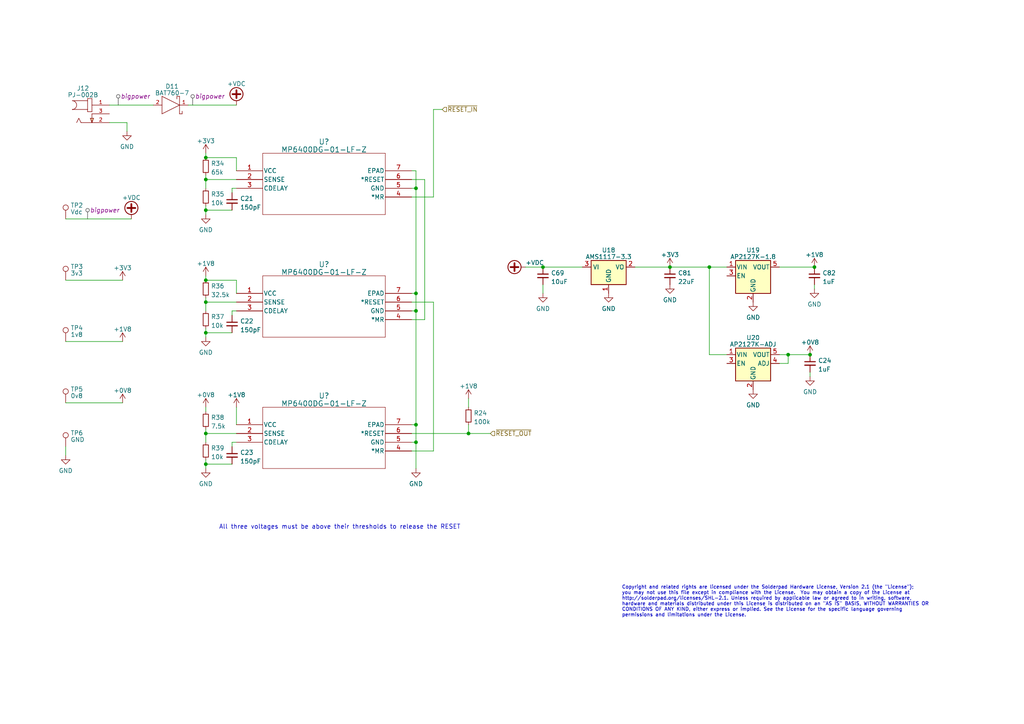
<source format=kicad_sch>
(kicad_sch (version 20230121) (generator eeschema)
  (paper "A4")
  (lib_symbols
    (symbol "Connector:TestPoint" (pin_numbers hide) (pin_names (offset 0.762) hide)
      (property "Reference" "TP" (at 0 6.858 0))
      (property "Value" "TestPoint" (at 0 5.08 0))
      (symbol "TestPoint_0_1"
        (circle (center 0 3.302) (radius 0.762))
      )
      (symbol "TestPoint_1_1"
        (pin passive line (at 0 0 90) (length 2.54) (name "1") (number "1"))
      )
    )
    (symbol "Device:C_Small" (pin_numbers hide) (pin_names (offset 0.254) hide)
      (property "Reference" "C" (at 0.254 1.778 0))
      (property "Value" "C_Small" (at 0.254 -2.032 0))
      (symbol "C_Small_0_1"
        (polyline (pts (xy -1.524 -0.508) (xy 1.524 -0.508)) (stroke (width 0.3302)))
        (polyline (pts (xy -1.524 0.508) (xy 1.524 0.508)) (stroke (width 0.3048)))
      )
      (symbol "C_Small_1_1"
        (pin passive line (at 0 2.54 270) (length 2.032) (name "~") (number "1"))
        (pin passive line (at 0 -2.54 90) (length 2.032) (name "~") (number "2"))
      )
    )
    (symbol "Device:R_Small" (pin_numbers hide) (pin_names (offset 0.254) hide)
      (property "Reference" "R" (at 0.762 0.508 0))
      (property "Value" "R_Small" (at 0.762 -1.016 0))
      (symbol "R_Small_0_1"
        (rectangle (start -0.762 1.778) (end 0.762 -1.778) (stroke (width 0.2032)))
      )
      (symbol "R_Small_1_1"
        (pin passive line (at 0 2.54 270) (length 0.762) (name "~") (number "1"))
        (pin passive line (at 0 -2.54 90) (length 0.762) (name "~") (number "2"))
      )
    )
    (symbol "MP6400:MP6400DG-01-LF-Z" (pin_names (offset 0.254))
      (property "Reference" "U" (at 25.4 10.16 0))
      (property "Value" "MP6400DG-01-LF-Z" (at 25.4 7.62 0))
      (symbol "MP6400DG-01-LF-Z_0_1"
        (polyline (pts (xy 7.62 -12.7) (xy 43.18 -12.7)) (stroke (width 0.127)))
        (polyline (pts (xy 7.62 5.08) (xy 7.62 -12.7)) (stroke (width 0.127)))
        (polyline (pts (xy 43.18 -12.7) (xy 43.18 5.08)) (stroke (width 0.127)))
        (polyline (pts (xy 43.18 5.08) (xy 7.62 5.08)) (stroke (width 0.127)))
        (pin power_in line (at 0 0 0) (length 7.62) (name "VCC") (number "1"))
        (pin unspecified line (at 0 -2.54 0) (length 7.62) (name "SENSE") (number "2"))
        (pin unspecified line (at 0 -5.08 0) (length 7.62) (name "CDELAY") (number "3"))
        (pin unspecified line (at 50.8 -7.62 180) (length 7.62) (name "*MR") (number "4"))
        (pin power_in line (at 50.8 -5.08 180) (length 7.62) (name "GND") (number "5"))
        (pin unspecified line (at 50.8 -2.54 180) (length 7.62) (name "*RESET") (number "6"))
        (pin power_in line (at 50.8 0 180) (length 7.62) (name "EPAD") (number "7"))
      )
    )
    (symbol "Regulator_Linear:AMS1117-3.3"
      (property "Reference" "U" (at -3.81 3.175 0))
      (property "Value" "AMS1117-3.3" (at 0 3.175 0))
      (symbol "AMS1117-3.3_0_1"
        (rectangle (start -5.08 -5.08) (end 5.08 1.905) (stroke (width 0.254)) (fill (type background)))
      )
      (symbol "AMS1117-3.3_1_1"
        (pin power_in line (at 0 -7.62 90) (length 2.54) (name "GND") (number "1"))
        (pin power_out line (at 7.62 0 180) (length 2.54) (name "VO") (number "2"))
        (pin power_in line (at -7.62 0 0) (length 2.54) (name "VI") (number "3"))
      )
    )
    (symbol "Regulator_Linear:AP2127K-1.8" (pin_names (offset 0.254))
      (property "Reference" "U" (at -5.08 5.715 0))
      (property "Value" "AP2127K-1.8" (at 0 5.715 0))
      (symbol "AP2127K-1.8_0_1"
        (rectangle (start -5.08 4.445) (end 5.08 -5.08) (stroke (width 0.254)) (fill (type background)))
      )
      (symbol "AP2127K-1.8_1_1"
        (pin power_in line (at -7.62 2.54 0) (length 2.54) (name "VIN") (number "1"))
        (pin power_in line (at 0 -7.62 90) (length 2.54) (name "GND") (number "2"))
        (pin input line (at -7.62 0 0) (length 2.54) (name "EN") (number "3"))
        (pin no_connect line (at 5.08 0 180) (length 2.54) hide (name "NC") (number "4"))
        (pin power_out line (at 7.62 2.54 180) (length 2.54) (name "VOUT") (number "5"))
      )
    )
    (symbol "Regulator_Linear:AP2127K-ADJ" (pin_names (offset 0.254))
      (property "Reference" "U" (at -5.08 5.715 0))
      (property "Value" "AP2127K-ADJ" (at 0 5.715 0))
      (symbol "AP2127K-ADJ_0_1"
        (rectangle (start -5.08 4.445) (end 5.08 -5.08) (stroke (width 0.254)) (fill (type background)))
      )
      (symbol "AP2127K-ADJ_1_1"
        (pin power_in line (at -7.62 2.54 0) (length 2.54) (name "VIN") (number "1"))
        (pin power_in line (at 0 -7.62 90) (length 2.54) (name "GND") (number "2"))
        (pin input line (at -7.62 0 0) (length 2.54) (name "EN") (number "3"))
        (pin input line (at 7.62 0 180) (length 2.54) (name "ADJ") (number "4"))
        (pin power_out line (at 7.62 2.54 180) (length 2.54) (name "VOUT") (number "5"))
      )
    )
    (symbol "barrel:PJ-002B" (pin_names (offset 1.016) hide)
      (property "Reference" "J" (at -7.6454 5.08 0))
      (property "Value" "PJ-002B" (at -7.62 -5.08 0))
      (symbol "PJ-002B_0_0"
        (arc (start -5.715 1.27) (mid -4.4505 2.54) (end -5.715 3.81) (stroke (width 0.1524)))
        (polyline (pts (xy -5.715 3.81) (xy -1.27 3.81)) (stroke (width 0.1524)))
        (polyline (pts (xy -3.81 -1.27) (xy -4.445 -2.54)) (stroke (width 0.1524)))
        (polyline (pts (xy -3.175 -2.54) (xy -3.81 -1.27)) (stroke (width 0.1524)))
        (polyline (pts (xy -1.27 0.635) (xy 0 0.635)) (stroke (width 0.1524)))
        (polyline (pts (xy -1.27 1.27) (xy -5.715 1.27)) (stroke (width 0.1524)))
        (polyline (pts (xy -1.27 1.27) (xy -1.27 0.635)) (stroke (width 0.1524)))
        (polyline (pts (xy -1.27 3.81) (xy -1.27 1.27)) (stroke (width 0.1524)))
        (polyline (pts (xy -1.27 4.445) (xy -1.27 3.81)) (stroke (width 0.1524)))
        (polyline (pts (xy 0 -2.54) (xy -3.175 -2.54)) (stroke (width 0.1524)))
        (polyline (pts (xy 0 0) (xy 0 -2.54)) (stroke (width 0.1524)))
        (polyline (pts (xy 0 0.635) (xy 0 4.445)) (stroke (width 0.1524)))
        (polyline (pts (xy 0 4.445) (xy -1.27 4.445)) (stroke (width 0.1524)))
        (polyline (pts (xy 0 -2.54) (xy -0.508 -1.27) (xy 0.508 -1.27) (xy 0 -2.54)) (stroke (width 0.1524)) (fill (type background)))
        (pin passive line (at 5.08 2.54 180) (length 5.08) (name "~") (number "1"))
        (pin passive line (at 5.08 -2.54 180) (length 5.08) (name "~") (number "2"))
        (pin passive line (at 5.08 0 180) (length 5.08) (name "~") (number "3"))
      )
    )
    (symbol "diode:BAT760-7" (pin_names (offset 1.016))
      (property "Reference" "D" (at 0 5.08 0))
      (property "Value" "BAT760-7" (at 0 7.62 0))
      (symbol "BAT760-7_1_1"
        (polyline (pts (xy 5.08 -2.54) (xy 10.16 0)))
        (polyline (pts (xy 5.08 2.54) (xy 5.08 -2.54)))
        (polyline (pts (xy 5.08 2.54) (xy 10.16 0)))
        (polyline (pts (xy 9.398 2.54) (xy 9.398 1.778)))
        (polyline (pts (xy 10.16 -2.54) (xy 10.922 -2.54)))
        (polyline (pts (xy 10.16 2.54) (xy 9.398 2.54)))
        (polyline (pts (xy 10.16 2.54) (xy 10.16 -2.54)))
        (polyline (pts (xy 10.922 -2.54) (xy 10.922 -1.778)))
        (pin passive line (at 12.7 0 180) (length 2.54) (name "CATHODE") (number "1"))
        (pin passive line (at 2.54 0 0) (length 2.54) (name "ANODE") (number "2"))
      )
    )
    (symbol "power:+0V8" (power) (pin_names (offset 0))
      (property "Value" "+0V8" (at 0 3.556 0))
      (symbol "+0V8_0_1"
        (polyline (pts (xy -0.762 1.27) (xy 0 2.54)))
        (polyline (pts (xy 0 0) (xy 0 2.54)))
        (polyline (pts (xy 0 2.54) (xy 0.762 1.27)))
      )
      (symbol "+0V8_1_1"
        (pin power_in line (at 0 0 90) (length 0) hide (name "+0V8") (number "1"))
      )
    )
    (symbol "power:+1V8" (power) (pin_names (offset 0))
      (property "Value" "+1V8" (at 0 3.556 0))
      (symbol "+1V8_0_1"
        (polyline (pts (xy -0.762 1.27) (xy 0 2.54)))
        (polyline (pts (xy 0 0) (xy 0 2.54)))
        (polyline (pts (xy 0 2.54) (xy 0.762 1.27)))
      )
      (symbol "+1V8_1_1"
        (pin power_in line (at 0 0 90) (length 0) hide (name "+1V8") (number "1"))
      )
    )
    (symbol "power:+3.3V" (power) (pin_names (offset 0))
      (property "Value" "+3.3V" (at 0 3.556 0))
      (symbol "+3.3V_0_1"
        (polyline (pts (xy -0.762 1.27) (xy 0 2.54)))
        (polyline (pts (xy 0 0) (xy 0 2.54)))
        (polyline (pts (xy 0 2.54) (xy 0.762 1.27)))
      )
      (symbol "+3.3V_1_1"
        (pin power_in line (at 0 0 90) (length 0) hide (name "+3V3") (number "1"))
      )
    )
    (symbol "power:+VDC" (power) (pin_names (offset 0))
      (property "Value" "+VDC" (at 0 6.35 0))
      (symbol "+VDC_0_1"
        (polyline (pts (xy -1.143 3.175) (xy 1.143 3.175)) (stroke (width 0.508)))
        (polyline (pts (xy 0 0) (xy 0 1.27)))
        (polyline (pts (xy 0 2.032) (xy 0 4.318)) (stroke (width 0.508)))
        (circle (center 0 3.175) (radius 1.905) (stroke (width 0.254)))
      )
      (symbol "+VDC_1_1"
        (pin power_in line (at 0 0 90) (length 0) hide (name "+VDC") (number "1"))
      )
    )
    (symbol "power:GND" (power) (pin_names (offset 0))
      (property "Value" "GND" (at 0 -3.81 0))
      (symbol "GND_0_1"
        (polyline (pts (xy 0 0) (xy 0 -1.27) (xy 1.27 -1.27) (xy 0 -2.54) (xy -1.27 -1.27) (xy 0 -1.27)))
      )
      (symbol "GND_1_1"
        (pin power_in line (at 0 0 270) (length 0) hide (name "GND") (number "1"))
      )
    )
  )
  (junction (at 59.69 60.96))
  (junction (at 205.74 77.47))
  (junction (at 59.69 87.63))
  (junction (at 157.48 77.47))
  (junction (at 194.31 77.47))
  (junction (at 120.65 128.27))
  (junction (at 120.65 123.19))
  (junction (at 120.65 85.09))
  (junction (at 59.69 52.07))
  (junction (at 59.69 125.73))
  (junction (at 59.69 134.62))
  (junction (at 120.65 54.61))
  (junction (at 135.89 125.73))
  (junction (at 59.69 45.72))
  (junction (at 228.6 102.87))
  (junction (at 120.65 90.17))
  (junction (at 236.22 77.47))
  (junction (at 59.69 81.28))
  (junction (at 234.95 102.87))
  (junction (at 59.69 96.52))
  (wire (pts (xy 119.38 125.73) (xy 135.89 125.73)))
  (wire (pts (xy 59.69 134.62) (xy 59.69 135.89)))
  (wire (pts (xy 125.73 87.63) (xy 125.73 130.81)))
  (wire (pts (xy 125.73 57.15) (xy 125.73 31.75)))
  (wire (pts (xy 157.48 82.55) (xy 157.48 85.09)))
  (wire (pts (xy 205.74 77.47) (xy 210.82 77.47)))
  (wire (pts (xy 59.69 124.46) (xy 59.69 125.73)))
  (wire (pts (xy 19.05 81.28) (xy 35.56 81.28)))
  (wire (pts (xy 59.69 44.45) (xy 59.69 45.72)))
  (wire (pts (xy 59.69 125.73) (xy 59.69 128.27)))
  (wire (pts (xy 59.69 96.52) (xy 59.69 97.79)))
  (wire (pts (xy 59.69 52.07) (xy 59.69 54.61)))
  (wire (pts (xy 119.38 85.09) (xy 120.65 85.09)))
  (wire (pts (xy 59.69 134.62) (xy 67.31 134.62)))
  (wire (pts (xy 123.19 52.07) (xy 123.19 92.71)))
  (wire (pts (xy 236.22 82.55) (xy 236.22 83.82)))
  (wire (pts (xy 59.69 45.72) (xy 68.58 45.72)))
  (wire (pts (xy 67.31 54.61) (xy 67.31 55.88)))
  (wire (pts (xy 68.58 54.61) (xy 67.31 54.61)))
  (wire (pts (xy 19.05 116.84) (xy 35.56 116.84)))
  (wire (pts (xy 31.75 35.56) (xy 36.83 35.56)))
  (wire (pts (xy 19.05 129.54) (xy 19.05 132.08)))
  (wire (pts (xy 120.65 54.61) (xy 120.65 85.09)))
  (wire (pts (xy 234.95 107.95) (xy 234.95 109.22)))
  (wire (pts (xy 119.38 87.63) (xy 125.73 87.63)))
  (wire (pts (xy 59.69 87.63) (xy 68.58 87.63)))
  (wire (pts (xy 59.69 125.73) (xy 68.58 125.73)))
  (wire (pts (xy 68.58 81.28) (xy 68.58 85.09)))
  (wire (pts (xy 59.69 118.11) (xy 59.69 119.38)))
  (wire (pts (xy 125.73 57.15) (xy 119.38 57.15)))
  (wire (pts (xy 68.58 45.72) (xy 68.58 49.53)))
  (wire (pts (xy 226.06 77.47) (xy 236.22 77.47)))
  (wire (pts (xy 36.83 35.56) (xy 36.83 38.1)))
  (wire (pts (xy 19.05 99.06) (xy 35.56 99.06)))
  (wire (pts (xy 59.69 60.96) (xy 59.69 62.23)))
  (wire (pts (xy 59.69 96.52) (xy 67.31 96.52)))
  (wire (pts (xy 228.6 102.87) (xy 228.6 105.41)))
  (wire (pts (xy 59.69 81.28) (xy 68.58 81.28)))
  (wire (pts (xy 119.38 128.27) (xy 120.65 128.27)))
  (wire (pts (xy 125.73 130.81) (xy 119.38 130.81)))
  (wire (pts (xy 59.69 95.25) (xy 59.69 96.52)))
  (wire (pts (xy 119.38 54.61) (xy 120.65 54.61)))
  (wire (pts (xy 205.74 77.47) (xy 205.74 102.87)))
  (wire (pts (xy 194.31 77.47) (xy 205.74 77.47)))
  (wire (pts (xy 59.69 52.07) (xy 68.58 52.07)))
  (wire (pts (xy 120.65 49.53) (xy 120.65 54.61)))
  (wire (pts (xy 67.31 90.17) (xy 67.31 91.44)))
  (wire (pts (xy 59.69 87.63) (xy 59.69 90.17)))
  (wire (pts (xy 184.15 77.47) (xy 194.31 77.47)))
  (wire (pts (xy 228.6 102.87) (xy 234.95 102.87)))
  (wire (pts (xy 19.05 63.5) (xy 38.1 63.5)))
  (wire (pts (xy 119.38 49.53) (xy 120.65 49.53)))
  (wire (pts (xy 120.65 128.27) (xy 120.65 135.89)))
  (wire (pts (xy 59.69 80.01) (xy 59.69 81.28)))
  (wire (pts (xy 59.69 50.8) (xy 59.69 52.07)))
  (wire (pts (xy 59.69 133.35) (xy 59.69 134.62)))
  (wire (pts (xy 226.06 105.41) (xy 228.6 105.41)))
  (wire (pts (xy 123.19 92.71) (xy 119.38 92.71)))
  (wire (pts (xy 119.38 90.17) (xy 120.65 90.17)))
  (wire (pts (xy 135.89 123.19) (xy 135.89 125.73)))
  (wire (pts (xy 135.89 115.57) (xy 135.89 118.11)))
  (wire (pts (xy 157.48 77.47) (xy 168.91 77.47)))
  (wire (pts (xy 68.58 118.11) (xy 68.58 123.19)))
  (wire (pts (xy 152.4 77.47) (xy 157.48 77.47)))
  (wire (pts (xy 120.65 90.17) (xy 120.65 123.19)))
  (wire (pts (xy 119.38 52.07) (xy 123.19 52.07)))
  (wire (pts (xy 135.89 125.73) (xy 142.24 125.73)))
  (wire (pts (xy 119.38 123.19) (xy 120.65 123.19)))
  (wire (pts (xy 226.06 102.87) (xy 228.6 102.87)))
  (wire (pts (xy 68.58 128.27) (xy 67.31 128.27)))
  (wire (pts (xy 68.58 90.17) (xy 67.31 90.17)))
  (wire (pts (xy 120.65 123.19) (xy 120.65 128.27)))
  (wire (pts (xy 205.74 102.87) (xy 210.82 102.87)))
  (wire (pts (xy 67.31 128.27) (xy 67.31 129.54)))
  (wire (pts (xy 125.73 31.75) (xy 128.27 31.75)))
  (wire (pts (xy 120.65 85.09) (xy 120.65 90.17)))
  (wire (pts (xy 59.69 59.69) (xy 59.69 60.96)))
  (wire (pts (xy 59.69 60.96) (xy 67.31 60.96)))
  (wire (pts (xy 31.75 30.48) (xy 44.45 30.48)))
  (wire (pts (xy 59.69 86.36) (xy 59.69 87.63)))
  (wire (pts (xy 54.61 30.48) (xy 68.58 30.48)))
  (text "All three voltages must be above their thresholds to release the RESET" (at 63.5 153.67 0) (effects (font (size 1.27 1.27)) (justify left bottom)))
  (text "Copyright and related rights are licensed under the Solderpad Hardware License, Version 2.1 (the \"License\");\nyou may not use this file except in compliance with the License.  You may obtain a copy of the License at\nhttp://solderpad.org/licenses/SHL-2.1. Unless required by applicable law or agreed to in writing, software,\nhardware and materials distributed under this License is distributed on an \"AS IS\" BASIS, WITHOUT WARRANTIES OR\nCONDITIONS OF ANY KIND, either express or implied. See the License for the specific language governing\npermissions and limitations under the License.\n" (at 180.34 179.07 0) (effects (font (size 1 1)) (justify left bottom)))
  (hierarchical_label "~{RESET_IN}" (shape input) (at 128.27 31.75 0))
  (hierarchical_label "~{RESET_OUT}" (shape input) (at 142.24 125.73 0))
  (netclass_flag "" (length 2.54) (shape round) (at 34.29 30.48 0) (property "Netclass" "bigpower" (at 34.9885 27.94 0) (effects (font italic) (justify left))))
  (netclass_flag "" (length 2.54) (shape round) (at 55.88 30.48 0) (property "Netclass" "bigpower" (at 56.5785 27.94 0) (effects (font italic) (justify left))))
  (netclass_flag "" (length 2.54) (shape round) (at 25.4 63.5 0) (property "Netclass" "bigpower" (at 26.0985 60.96 0) (effects (font italic) (justify left))))
  (symbol (lib_id "power:+1V8") (at 59.69 80.01 0) (unit 1)
    (property "Reference" "#PWR0164" (effects hide))
    (property "Value" "+1V8" (at 59.69 76.4342 0))
  )
  (symbol (lib_id "Regulator_Linear:AMS1117-3.3") (at 176.53 77.47 0) (unit 1)
    (property "Reference" "U18" (at 176.53 72.5551 0))
    (property "Value" "AMS1117-3.3" (at 176.53 74.4761 0))
    (property "Footprint" "Package_TO_SOT_SMD:SOT-223-3_TabPin2" (effects hide))
    (property "Datasheet" "http://www.advanced-monolithic.com/pdf/ds1117.pdf" (effects hide))
  )
  (symbol (lib_id "Device:C_Small") (at 157.48 80.01 0) (unit 1)
    (property "Reference" "C69" (at 159.8041 79.1816 0) (effects (justify left)))
    (property "Value" "10uF" (at 159.8041 81.7185 0) (effects (justify left)))
    (property "Footprint" "Capacitor_SMD:C_0603_1608Metric" (effects hide))
  )
  (symbol (lib_id "power:+3.3V") (at 59.69 44.45 0) (unit 1)
    (property "Reference" "#PWR0163" (effects hide))
    (property "Value" "+3.3V" (at 59.69 40.8742 0))
  )
  (symbol (lib_id "MP6400:MP6400DG-01-LF-Z") (at 68.58 123.19 0) (unit 1)
    (property "Reference" "U?" (at 93.98 114.7904 0) (effects (font (size 1.524 1.524))))
    (property "Value" "MP6400DG-01-LF-Z" (at 93.98 117.0446 0) (effects (font (size 1.524 1.524))))
    (property "Footprint" "MP6400:QFN6_MP6400_MNP" (effects hide))
    (property "Datasheet" "MP6400DG-01-LF-Z" (effects hide))
    (instances (project "OpenHW DevKit" (path "" (reference "U?") (unit 1)) (path "" (reference "U16") (unit 1))))
  )
  (symbol (lib_id "power:+0V8") (at 59.69 118.11 0) (unit 1)
    (property "Reference" "#PWR0165" (effects hide))
    (property "Value" "+0V8" (at 59.69 114.5342 0))
  )
  (symbol (lib_id "Device:R_Small") (at 59.69 92.71 0) (unit 1)
    (property "Reference" "R37" (at 61.1886 91.8753 0) (effects (justify left)))
    (property "Value" "10k" (at 61.1886 94.4122 0) (effects (justify left)))
    (property "Footprint" "Resistor_SMD:R_0603_1608Metric" (effects hide))
  )
  (symbol (lib_id "power:GND") (at 234.95 109.22 0) (unit 1)
    (property "Reference" "#PWR085" (effects hide))
    (property "Value" "GND" (at 234.95 113.6634 0))
  )
  (symbol (lib_id "power:+VDC") (at 38.1 63.5 0) (unit 1)
    (property "Reference" "#PWR0174" (effects hide))
    (property "Value" "+VDC" (at 38.1 57.3311 0))
  )
  (symbol (lib_id "power:GND") (at 157.48 85.09 0) (unit 1)
    (property "Reference" "#PWR081" (effects hide))
    (property "Value" "GND" (at 157.48 89.5334 0))
  )
  (symbol (lib_id "power:+0V8") (at 35.56 116.84 0) (unit 1)
    (property "Reference" "#PWR0161" (effects hide))
    (property "Value" "+0V8" (at 35.56 113.2642 0))
  )
  (symbol (lib_id "power:GND") (at 59.69 62.23 0) (unit 1)
    (property "Reference" "#PWR0169" (effects hide))
    (property "Value" "GND" (at 59.69 66.6734 0))
  )
  (symbol (lib_id "power:+VDC") (at 68.58 30.48 0) (unit 1)
    (property "Reference" "#PWR078" (effects hide))
    (property "Value" "+VDC" (at 68.58 24.3111 0))
  )
  (symbol (lib_id "Connector:TestPoint") (at 19.05 81.28 0) (unit 1)
    (property "Reference" "TP3" (at 20.447 77.3343 0) (effects (justify left)))
    (property "Value" "3v3" (at 20.447 79.2553 0) (effects (justify left)))
    (property "Footprint" "TestPoint:TestPoint_Loop_D2.54mm_Drill1.5mm_Beaded" (effects hide))
  )
  (symbol (lib_id "Device:R_Small") (at 59.69 83.82 0) (unit 1)
    (property "Reference" "R36" (at 61.1886 82.9853 0) (effects (justify left)))
    (property "Value" "32.5k" (at 61.1886 85.5222 0) (effects (justify left)))
    (property "Footprint" "Resistor_SMD:R_0603_1608Metric" (effects hide))
  )
  (symbol (lib_id "Device:C_Small") (at 67.31 132.08 0) (unit 1)
    (property "Reference" "C23" (at 69.6341 131.2516 0) (effects (justify left)))
    (property "Value" "150pF" (at 69.6341 133.7885 0) (effects (justify left)))
    (property "Footprint" "Capacitor_SMD:C_0603_1608Metric" (effects hide))
  )
  (symbol (lib_id "power:GND") (at 176.53 85.09 0) (unit 1)
    (property "Reference" "#PWR084" (effects hide))
    (property "Value" "GND" (at 176.53 89.5334 0))
  )
  (symbol (lib_id "Device:C_Small") (at 234.95 105.41 0) (unit 1)
    (property "Reference" "C24" (at 237.2741 104.5816 0) (effects (justify left)))
    (property "Value" "1uF" (at 237.2741 107.1185 0) (effects (justify left)))
    (property "Footprint" "Capacitor_SMD:C_0603_1608Metric" (effects hide))
  )
  (symbol (lib_id "Device:C_Small") (at 67.31 93.98 0) (unit 1)
    (property "Reference" "C22" (at 69.6341 93.1516 0) (effects (justify left)))
    (property "Value" "150pF" (at 69.6341 95.6885 0) (effects (justify left)))
    (property "Footprint" "Capacitor_SMD:C_0603_1608Metric" (effects hide))
  )
  (symbol (lib_id "Device:C_Small") (at 236.22 80.01 0) (unit 1)
    (property "Reference" "C82" (at 238.5441 79.1816 0) (effects (justify left)))
    (property "Value" "1uF" (at 238.5441 81.7185 0) (effects (justify left)))
    (property "Footprint" "Capacitor_SMD:C_0603_1608Metric" (effects hide))
  )
  (symbol (lib_id "power:+1V8") (at 35.56 99.06 0) (unit 1)
    (property "Reference" "#PWR0160" (effects hide))
    (property "Value" "+1V8" (at 35.56 95.4842 0))
  )
  (symbol (lib_id "power:+1V8") (at 236.22 77.47 0) (unit 1)
    (property "Reference" "#PWR097" (effects hide))
    (property "Value" "+1V8" (at 236.22 73.8942 0))
  )
  (symbol (lib_id "Connector:TestPoint") (at 19.05 129.54 0) (unit 1)
    (property "Reference" "TP6" (at 20.447 125.5943 0) (effects (justify left)))
    (property "Value" "GND" (at 20.447 127.5153 0) (effects (justify left)))
    (property "Footprint" "TestPoint:TestPoint_Loop_D2.54mm_Drill1.5mm_Beaded" (effects hide))
  )
  (symbol (lib_id "diode:BAT760-7") (at 41.91 30.48 0) (unit 1)
    (property "Reference" "D11" (at 49.911 25.0571 0))
    (property "Value" "BAT760-7" (at 49.911 26.9781 0))
    (property "Footprint" "diode:Diodes-SOD323-03_2017-0-0" (effects hide))
    (property "Datasheet" "https://www.diodes.com/assets/Datasheets/ds30498.pdf" (effects hide))
    (property "DC blocking voltage" "30V" (effects hide))
    (property "capacitance" "25pF" (effects hide))
    (property "category" "Diode" (effects hide))
    (property "device class L1" "Discrete Semiconductors" (effects hide))
    (property "device class L2" "Diodes" (effects hide))
    (property "device class L3" "Schottky Diodes" (effects hide))
    (property "digikey description" "DIODE SCHOTTKY 30V 1A SOD323" (effects hide))
    (property "digikey part number" "BAT760DICT-ND" (effects hide))
    (property "footprint url" "https://www.diodes.com/assets/Package-Files/SOD323.pdf" (effects hide))
    (property "height" "1.2mm" (effects hide))
    (property "lead free" "yes" (effects hide))
    (property "library id" "bf1a09f8f564a7a6" (effects hide))
    (property "manufacturer" "Diodes" (effects hide))
    (property "max junction temp" "+150°C" (effects hide))
    (property "max repetitive reverse voltage" "30V" (effects hide))
    (property "max surge forward current" "5.5A" (effects hide))
    (property "mouser description" "Schottky Diodes & Rectifiers 0.5A 30V LF" (effects hide))
    (property "mouser part number" "621-BAT760-7" (effects hide))
    (property "package" "SOD323" (effects hide))
    (property "peak reverse current" "50uA" (effects hide))
    (property "rohs" "yes" (effects hide))
    (property "standoff height" "0.05mm" (effects hide))
    (property "temperature range high" "+150°C" (effects hide))
    (property "temperature range low" "-65°C" (effects hide))
    (property "working reverse voltage" "30V" (effects hide))
  )
  (symbol (lib_id "power:+VDC") (at 152.4 77.47 90) (unit 1)
    (property "Reference" "#PWR0175" (effects hide))
    (property "Value" "+VDC" (at 152.4 76.2 90) (effects (justify right)))
  )
  (symbol (lib_id "power:GND") (at 236.22 83.82 0) (unit 1)
    (property "Reference" "#PWR098" (effects hide))
    (property "Value" "GND" (at 236.22 88.2634 0))
  )
  (symbol (lib_id "MP6400:MP6400DG-01-LF-Z") (at 68.58 85.09 0) (unit 1)
    (property "Reference" "U?" (at 93.98 76.6904 0) (effects (font (size 1.524 1.524))))
    (property "Value" "MP6400DG-01-LF-Z" (at 93.98 78.9446 0) (effects (font (size 1.524 1.524))))
    (property "Footprint" "MP6400:QFN6_MP6400_MNP" (effects hide))
    (property "Datasheet" "MP6400DG-01-LF-Z" (effects hide))
    (instances (project "OpenHW DevKit" (path "" (reference "U?") (unit 1)) (path "" (reference "U15") (unit 1))))
  )
  (symbol (lib_id "power:GND") (at 59.69 135.89 0) (unit 1)
    (property "Reference" "#PWR0168" (effects hide))
    (property "Value" "GND" (at 59.69 140.3334 0))
  )
  (symbol (lib_id "Device:C_Small") (at 194.31 80.01 0) (unit 1)
    (property "Reference" "C81" (at 196.6341 79.1816 0) (effects (justify left)))
    (property "Value" "22uF" (at 196.6341 81.7185 0) (effects (justify left)))
    (property "Footprint" "Capacitor_SMD:C_0603_1608Metric" (effects hide))
  )
  (symbol (lib_id "power:GND") (at 19.05 132.08 0) (unit 1)
    (property "Reference" "#PWR0162" (effects hide))
    (property "Value" "GND" (at 19.05 136.5234 0))
  )
  (symbol (lib_id "barrel:PJ-002B") (at 26.67 33.02 0) (unit 1)
    (property "Reference" "J12" (at 24.0665 25.6159 0))
    (property "Value" "PJ-002B" (at 24.0665 27.5369 0))
    (property "Footprint" "CUI_PJ-002B" (effects hide))
    (property "MANUFACTURER" "CUI INC" (effects hide))
    (property "STANDARD" "Manufacturer recommendations" (effects hide))
  )
  (symbol (lib_id "Device:R_Small") (at 59.69 57.15 0) (unit 1)
    (property "Reference" "R35" (at 61.1886 56.3153 0) (effects (justify left)))
    (property "Value" "10k" (at 61.1886 58.8522 0) (effects (justify left)))
    (property "Footprint" "Resistor_SMD:R_0603_1608Metric" (effects hide))
  )
  (symbol (lib_id "Connector:TestPoint") (at 19.05 116.84 0) (unit 1)
    (property "Reference" "TP5" (at 20.447 112.8943 0) (effects (justify left)))
    (property "Value" "0v8" (at 20.447 114.8153 0) (effects (justify left)))
    (property "Footprint" "TestPoint:TestPoint_Loop_D2.54mm_Drill1.5mm_Beaded" (effects hide))
  )
  (symbol (lib_id "power:GND") (at 59.69 97.79 0) (unit 1)
    (property "Reference" "#PWR0167" (effects hide))
    (property "Value" "GND" (at 59.69 102.2334 0))
  )
  (symbol (lib_id "power:GND") (at 218.44 87.63 0) (unit 1)
    (property "Reference" "#PWR082" (effects hide))
    (property "Value" "GND" (at 218.44 92.0734 0))
  )
  (symbol (lib_id "Connector:TestPoint") (at 19.05 63.5 0) (unit 1)
    (property "Reference" "TP2" (at 20.447 59.5543 0) (effects (justify left)))
    (property "Value" "Vdc" (at 20.447 61.4753 0) (effects (justify left)))
    (property "Footprint" "TestPoint:TestPoint_Loop_D2.54mm_Drill1.5mm_Beaded" (effects hide))
  )
  (symbol (lib_id "power:+3.3V") (at 35.56 81.28 0) (unit 1)
    (property "Reference" "#PWR0159" (effects hide))
    (property "Value" "+3.3V" (at 35.56 77.7042 0))
  )
  (symbol (lib_id "power:+3.3V") (at 194.31 77.47 0) (unit 1)
    (property "Reference" "#PWR095" (effects hide))
    (property "Value" "+3.3V" (at 194.31 73.8942 0))
  )
  (symbol (lib_id "Connector:TestPoint") (at 19.05 99.06 0) (unit 1)
    (property "Reference" "TP4" (at 20.447 95.1143 0) (effects (justify left)))
    (property "Value" "1v8" (at 20.447 97.0353 0) (effects (justify left)))
    (property "Footprint" "TestPoint:TestPoint_Loop_D2.54mm_Drill1.5mm_Beaded" (effects hide))
  )
  (symbol (lib_id "Device:R_Small") (at 59.69 48.26 0) (unit 1)
    (property "Reference" "R34" (at 61.1886 47.4253 0) (effects (justify left)))
    (property "Value" "65k" (at 61.1886 49.9622 0) (effects (justify left)))
    (property "Footprint" "Resistor_SMD:R_0603_1608Metric" (effects hide))
  )
  (symbol (lib_id "Device:R_Small") (at 59.69 130.81 0) (unit 1)
    (property "Reference" "R39" (at 61.1886 129.9753 0) (effects (justify left)))
    (property "Value" "10k" (at 61.1886 132.5122 0) (effects (justify left)))
    (property "Footprint" "Resistor_SMD:R_0603_1608Metric" (effects hide))
  )
  (symbol (lib_id "MP6400:MP6400DG-01-LF-Z") (at 68.58 49.53 0) (unit 1)
    (property "Reference" "U?" (at 93.98 41.1304 0) (effects (font (size 1.524 1.524))))
    (property "Value" "MP6400DG-01-LF-Z" (at 93.98 43.3846 0) (effects (font (size 1.524 1.524))))
    (property "Footprint" "MP6400:QFN6_MP6400_MNP" (effects hide))
    (property "Datasheet" "MP6400DG-01-LF-Z" (effects hide))
    (instances (project "OpenHW DevKit" (path "" (reference "U?") (unit 1)) (path "" (reference "U5") (unit 1))))
  )
  (symbol (lib_id "power:GND") (at 36.83 38.1 0) (unit 1)
    (property "Reference" "#PWR079" (effects hide))
    (property "Value" "GND" (at 36.83 42.5434 0))
  )
  (symbol (lib_id "Device:R_Small") (at 135.89 120.65 0) (unit 1)
    (property "Reference" "R24" (at 137.3886 119.8153 0) (effects (justify left)))
    (property "Value" "100k" (at 137.3886 122.3522 0) (effects (justify left)))
    (property "Footprint" "Resistor_SMD:R_0603_1608Metric" (effects hide))
  )
  (symbol (lib_id "Regulator_Linear:AP2127K-1.8") (at 218.44 80.01 0) (unit 1)
    (property "Reference" "U19" (at 218.44 72.5551 0))
    (property "Value" "AP2127K-1.8" (at 218.44 74.4761 0))
    (property "Footprint" "Package_TO_SOT_SMD:SOT-23-5" (effects hide))
    (property "Datasheet" "https://www.diodes.com/assets/Datasheets/AP2127.pdf" (effects hide))
  )
  (symbol (lib_id "Device:C_Small") (at 67.31 58.42 0) (unit 1)
    (property "Reference" "C21" (at 69.6341 57.5916 0) (effects (justify left)))
    (property "Value" "150pF" (at 69.6341 60.1285 0) (effects (justify left)))
    (property "Footprint" "Capacitor_SMD:C_0603_1608Metric" (effects hide))
  )
  (symbol (lib_id "power:+1V8") (at 135.89 115.57 0) (unit 1)
    (property "Reference" "#PWR083" (effects hide))
    (property "Value" "+1V8" (at 135.89 111.9942 0))
  )
  (symbol (lib_id "power:+0V8") (at 234.95 102.87 0) (unit 1)
    (property "Reference" "#PWR088" (effects hide))
    (property "Value" "+0V8" (at 234.95 99.2942 0))
  )
  (symbol (lib_id "power:GND") (at 194.31 82.55 0) (unit 1)
    (property "Reference" "#PWR096" (effects hide))
    (property "Value" "GND" (at 194.31 86.9934 0))
  )
  (symbol (lib_id "Device:R_Small") (at 59.69 121.92 0) (unit 1)
    (property "Reference" "R38" (at 61.1886 121.0853 0) (effects (justify left)))
    (property "Value" "7.5k" (at 61.1886 123.6222 0) (effects (justify left)))
    (property "Footprint" "Resistor_SMD:R_0603_1608Metric" (effects hide))
  )
  (symbol (lib_id "power:+1V8") (at 68.58 118.11 0) (unit 1)
    (property "Reference" "#PWR066" (effects hide))
    (property "Value" "+1V8" (at 68.58 114.5342 0))
  )
  (symbol (lib_id "power:GND") (at 218.44 113.03 0) (unit 1)
    (property "Reference" "#PWR087" (effects hide))
    (property "Value" "GND" (at 218.44 117.4734 0))
  )
  (symbol (lib_id "Regulator_Linear:AP2127K-ADJ") (at 218.44 105.41 0) (unit 1)
    (property "Reference" "U20" (at 218.44 97.9551 0))
    (property "Value" "AP2127K-ADJ" (at 218.44 99.8761 0))
    (property "Footprint" "Package_TO_SOT_SMD:SOT-23-5" (effects hide))
    (property "Datasheet" "https://www.diodes.com/assets/Datasheets/AP2127.pdf" (effects hide))
  )
  (symbol (lib_id "power:GND") (at 120.65 135.89 0) (unit 1)
    (property "Reference" "#PWR0166" (effects hide))
    (property "Value" "GND" (at 120.65 140.3334 0))
  )
)
</source>
